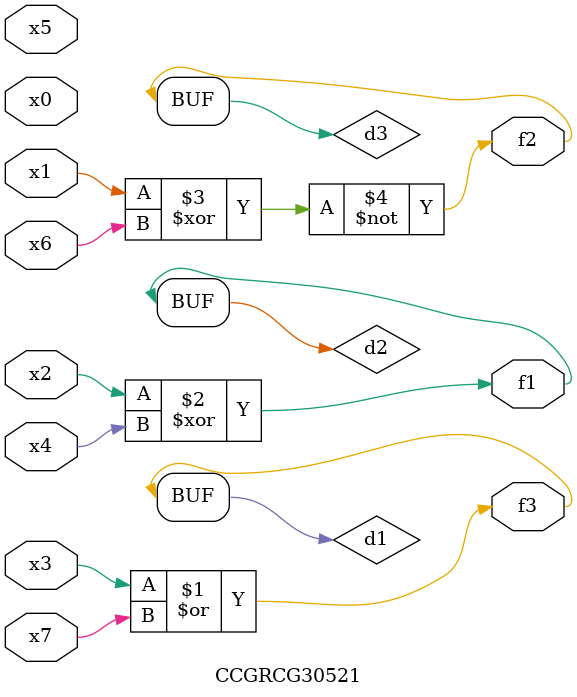
<source format=v>
module CCGRCG30521(
	input x0, x1, x2, x3, x4, x5, x6, x7,
	output f1, f2, f3
);

	wire d1, d2, d3;

	or (d1, x3, x7);
	xor (d2, x2, x4);
	xnor (d3, x1, x6);
	assign f1 = d2;
	assign f2 = d3;
	assign f3 = d1;
endmodule

</source>
